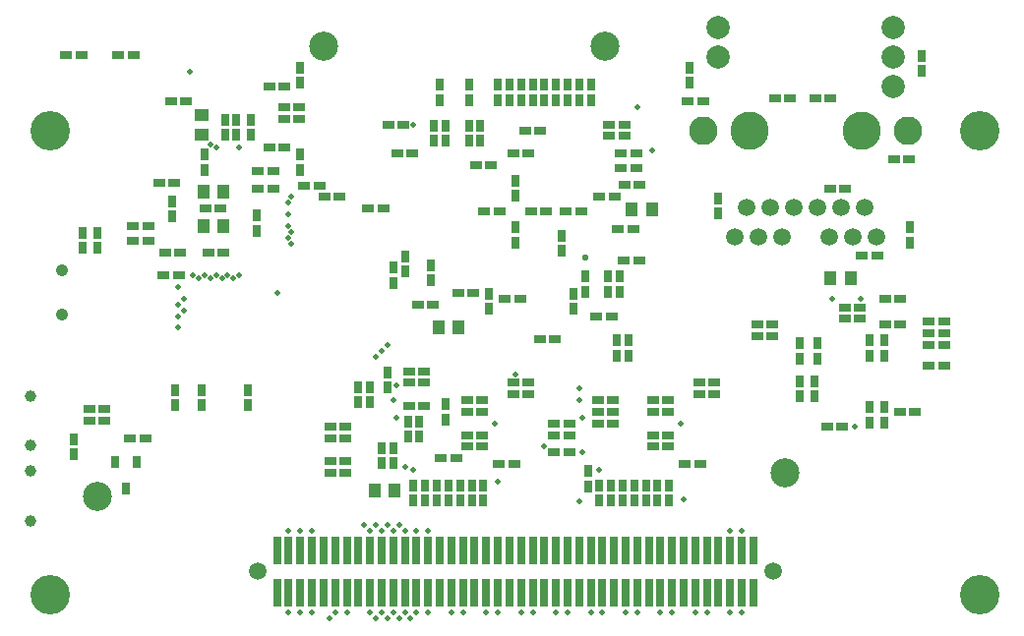
<source format=gbs>
G75*
G70*
%OFA0B0*%
%FSLAX24Y24*%
%IPPOS*%
%LPD*%
%AMOC8*
5,1,8,0,0,1.08239X$1,22.5*
%
%ADD10C,0.0591*%
%ADD11C,0.0410*%
%ADD12R,0.0394X0.0316*%
%ADD13R,0.0316X0.0394*%
%ADD14R,0.0276X0.0946*%
%ADD15C,0.0970*%
%ADD16C,0.0790*%
%ADD17C,0.0590*%
%ADD18C,0.1300*%
%ADD19R,0.0434X0.0473*%
%ADD20R,0.0257X0.0434*%
%ADD21R,0.0473X0.0434*%
%ADD22C,0.1339*%
%ADD23C,0.0394*%
%ADD24C,0.0985*%
%ADD25C,0.0200*%
%ADD26C,0.0210*%
D10*
X009883Y003663D03*
X009883Y003663D03*
X027364Y003663D03*
X027364Y003663D03*
D11*
X003269Y012362D03*
X003269Y013862D03*
D12*
X005671Y014883D03*
X006183Y014883D03*
X006183Y015376D03*
X005671Y015376D03*
X006754Y014490D03*
X007265Y014490D03*
X007215Y013703D03*
X006703Y013703D03*
X008230Y014490D03*
X008742Y014490D03*
X008643Y015966D03*
X008131Y015966D03*
X007069Y016852D03*
X006557Y016852D03*
X009903Y016655D03*
X010415Y016655D03*
X010415Y017246D03*
X009903Y017246D03*
X010297Y018033D03*
X010809Y018033D03*
X010789Y019017D03*
X010789Y019411D03*
X011301Y019411D03*
X011301Y019017D03*
X010809Y020100D03*
X010297Y020100D03*
X007462Y019608D03*
X006950Y019608D03*
X005691Y021183D03*
X005179Y021183D03*
X003919Y021183D03*
X003407Y021183D03*
X011478Y016754D03*
X011990Y016754D03*
X012167Y016360D03*
X012679Y016360D03*
X013643Y015966D03*
X014155Y015966D03*
X014628Y017836D03*
X015139Y017836D03*
X014844Y018820D03*
X014332Y018820D03*
X017285Y017443D03*
X017797Y017443D03*
X018565Y017836D03*
X019076Y017836D03*
X018958Y018624D03*
X019470Y018624D03*
X021813Y018820D03*
X022324Y018820D03*
X022324Y018427D03*
X021813Y018427D03*
X022206Y017836D03*
X022718Y017836D03*
X022718Y017344D03*
X022206Y017344D03*
X022324Y016773D03*
X022836Y016773D03*
X021990Y016380D03*
X021478Y016380D03*
X020848Y015868D03*
X020336Y015868D03*
X019667Y015868D03*
X019155Y015868D03*
X018092Y015868D03*
X017580Y015868D03*
X017206Y013112D03*
X016694Y013112D03*
X015828Y012718D03*
X015317Y012718D03*
X018269Y012915D03*
X018781Y012915D03*
X019450Y011537D03*
X019962Y011537D03*
X021380Y012324D03*
X021891Y012324D03*
X022305Y014214D03*
X022817Y014214D03*
X022620Y015277D03*
X022108Y015277D03*
X026832Y012029D03*
X026832Y011635D03*
X027344Y011635D03*
X027344Y012029D03*
X029785Y012226D03*
X029785Y012620D03*
X030297Y012620D03*
X030297Y012226D03*
X031163Y012029D03*
X031675Y012029D03*
X032639Y012128D03*
X032639Y011734D03*
X032639Y011340D03*
X033151Y011340D03*
X033151Y011734D03*
X033151Y012128D03*
X031675Y012915D03*
X031163Y012915D03*
X030887Y014391D03*
X030376Y014391D03*
X029805Y016655D03*
X029293Y016655D03*
X031458Y017639D03*
X031970Y017639D03*
X029313Y019706D03*
X028801Y019706D03*
X027935Y019706D03*
X027423Y019706D03*
X024982Y019608D03*
X024470Y019608D03*
X032639Y010651D03*
X033151Y010651D03*
X032167Y009076D03*
X031655Y009076D03*
X029706Y008584D03*
X029194Y008584D03*
X025376Y009667D03*
X025376Y010061D03*
X024864Y010061D03*
X024864Y009667D03*
X023801Y009470D03*
X023289Y009470D03*
X023289Y009076D03*
X023801Y009076D03*
X023801Y008289D03*
X023801Y007895D03*
X023289Y007895D03*
X023289Y008289D03*
X021931Y008683D03*
X021931Y009076D03*
X021419Y009076D03*
X021419Y008683D03*
X021419Y009470D03*
X021931Y009470D03*
X020454Y008683D03*
X019943Y008683D03*
X019943Y008289D03*
X020454Y008289D03*
X020454Y007698D03*
X019943Y007698D03*
X018584Y007305D03*
X018072Y007305D03*
X017502Y007895D03*
X017502Y008289D03*
X016990Y008289D03*
X016990Y007895D03*
X016616Y007502D03*
X016104Y007502D03*
X016990Y009076D03*
X017502Y009076D03*
X017502Y009470D03*
X016990Y009470D03*
X015533Y009273D03*
X015021Y009273D03*
X015021Y010061D03*
X015533Y010061D03*
X015533Y010454D03*
X015021Y010454D03*
X012876Y008584D03*
X012876Y008191D03*
X012364Y008191D03*
X012364Y008584D03*
X012364Y007403D03*
X012876Y007403D03*
X012876Y007009D03*
X012364Y007009D03*
X018565Y009667D03*
X018565Y010061D03*
X019076Y010061D03*
X019076Y009667D03*
X024372Y007305D03*
X024883Y007305D03*
X006084Y008191D03*
X005572Y008191D03*
X004706Y008781D03*
X004194Y008781D03*
X004194Y009175D03*
X004706Y009175D03*
D13*
X003663Y008151D03*
X003663Y007639D03*
X007108Y009313D03*
X007108Y009824D03*
X007994Y009824D03*
X007994Y009313D03*
X009569Y009313D03*
X009569Y009824D03*
X013309Y009923D03*
X013702Y009923D03*
X013702Y009411D03*
X013309Y009411D03*
X014293Y009903D03*
X014293Y010415D03*
X016261Y009332D03*
X016261Y008820D03*
X015376Y008742D03*
X014982Y008742D03*
X014982Y008230D03*
X015376Y008230D03*
X014490Y007856D03*
X014096Y007856D03*
X014096Y007344D03*
X014490Y007344D03*
X015179Y006576D03*
X015572Y006576D03*
X015966Y006576D03*
X016360Y006576D03*
X016754Y006576D03*
X017147Y006576D03*
X017541Y006576D03*
X017541Y006065D03*
X017147Y006065D03*
X016754Y006065D03*
X016360Y006065D03*
X015966Y006065D03*
X015572Y006065D03*
X015179Y006065D03*
X021084Y006557D03*
X021478Y006576D03*
X021872Y006576D03*
X022265Y006576D03*
X022659Y006576D03*
X023053Y006576D03*
X023446Y006576D03*
X023840Y006576D03*
X023840Y006065D03*
X023446Y006065D03*
X023053Y006065D03*
X022659Y006065D03*
X022265Y006065D03*
X021872Y006065D03*
X021478Y006065D03*
X021084Y007069D03*
X022069Y010986D03*
X022462Y010986D03*
X022462Y011498D03*
X022069Y011498D03*
X020592Y012561D03*
X020592Y013072D03*
X020986Y013151D03*
X020986Y013663D03*
X021773Y013663D03*
X022167Y013663D03*
X022167Y013151D03*
X021773Y013151D03*
X020198Y014529D03*
X020198Y015041D03*
X018624Y014824D03*
X018624Y015336D03*
X018624Y016399D03*
X018624Y016911D03*
X017443Y018269D03*
X017049Y018269D03*
X017049Y018781D03*
X017443Y018781D03*
X017049Y019647D03*
X017049Y020159D03*
X016065Y020159D03*
X016065Y019647D03*
X016261Y018781D03*
X015868Y018781D03*
X015868Y018269D03*
X016261Y018269D03*
X018033Y019647D03*
X018427Y019647D03*
X018820Y019647D03*
X019214Y019647D03*
X019608Y019647D03*
X020002Y019647D03*
X020395Y019647D03*
X020789Y019647D03*
X021183Y019647D03*
X021183Y020159D03*
X020789Y020159D03*
X020395Y020159D03*
X020002Y020159D03*
X019608Y020159D03*
X019214Y020159D03*
X018820Y020159D03*
X018427Y020159D03*
X018033Y020159D03*
X024529Y020238D03*
X024529Y020750D03*
X025513Y016320D03*
X025513Y015809D03*
X032009Y015336D03*
X032009Y014824D03*
X031124Y011498D03*
X030631Y011498D03*
X030631Y010986D03*
X031124Y010986D03*
X028860Y010887D03*
X028860Y011399D03*
X028269Y011399D03*
X028269Y010887D03*
X028269Y010120D03*
X028761Y010120D03*
X028761Y009608D03*
X028269Y009608D03*
X030631Y009234D03*
X031124Y009234D03*
X031124Y008722D03*
X030631Y008722D03*
X017738Y012561D03*
X017738Y013072D03*
X015769Y013545D03*
X015769Y014057D03*
X014883Y013840D03*
X014490Y013958D03*
X014490Y013446D03*
X014883Y014352D03*
X011340Y017285D03*
X011340Y017797D03*
X009667Y018466D03*
X009175Y018466D03*
X008781Y018466D03*
X008781Y018978D03*
X009175Y018978D03*
X009667Y018978D03*
X008092Y017797D03*
X008092Y017285D03*
X007009Y016222D03*
X007009Y015710D03*
X004450Y015139D03*
X003958Y015139D03*
X003958Y014628D03*
X004450Y014628D03*
X009864Y015218D03*
X009864Y015730D03*
X011340Y020238D03*
X011340Y020750D03*
X032403Y020631D03*
X032403Y021143D03*
D14*
X026694Y004391D03*
X026301Y004391D03*
X025907Y004391D03*
X025513Y004391D03*
X025120Y004391D03*
X024726Y004391D03*
X024332Y004391D03*
X023939Y004391D03*
X023545Y004391D03*
X023151Y004391D03*
X022757Y004391D03*
X022364Y004391D03*
X021970Y004391D03*
X021576Y004391D03*
X021183Y004391D03*
X020789Y004391D03*
X020395Y004391D03*
X020002Y004391D03*
X019608Y004391D03*
X019214Y004391D03*
X018820Y004391D03*
X018427Y004391D03*
X018033Y004391D03*
X017639Y004391D03*
X017246Y004391D03*
X016852Y004391D03*
X016458Y004391D03*
X016065Y004391D03*
X015671Y004391D03*
X015277Y004391D03*
X014883Y004391D03*
X014490Y004391D03*
X014096Y004391D03*
X013702Y004391D03*
X013309Y004391D03*
X012915Y004391D03*
X012521Y004391D03*
X012128Y004391D03*
X011734Y004391D03*
X011340Y004391D03*
X010946Y004391D03*
X010553Y004391D03*
X010553Y002935D03*
X010946Y002935D03*
X011340Y002935D03*
X011734Y002935D03*
X012128Y002935D03*
X012521Y002935D03*
X012915Y002935D03*
X013309Y002935D03*
X013702Y002935D03*
X014096Y002935D03*
X014490Y002935D03*
X014883Y002935D03*
X015277Y002935D03*
X015671Y002935D03*
X016065Y002935D03*
X016458Y002935D03*
X016852Y002935D03*
X017246Y002935D03*
X017639Y002935D03*
X018033Y002935D03*
X018427Y002935D03*
X018820Y002935D03*
X019214Y002935D03*
X019608Y002935D03*
X020002Y002935D03*
X020395Y002935D03*
X020789Y002935D03*
X021183Y002935D03*
X021576Y002935D03*
X021970Y002935D03*
X022364Y002935D03*
X022757Y002935D03*
X023151Y002935D03*
X023545Y002935D03*
X023939Y002935D03*
X024332Y002935D03*
X024726Y002935D03*
X025120Y002935D03*
X025513Y002935D03*
X025907Y002935D03*
X026301Y002935D03*
X026694Y002935D03*
D15*
X025006Y018624D03*
X031926Y018624D03*
D16*
X031426Y020124D03*
X031426Y021124D03*
X031426Y022124D03*
X025506Y022124D03*
X025506Y021124D03*
D17*
X026466Y016024D03*
X027266Y016024D03*
X028066Y016024D03*
X028866Y016024D03*
X029666Y016024D03*
X030466Y016024D03*
X030066Y015024D03*
X029266Y015024D03*
X027666Y015024D03*
X026866Y015024D03*
X026066Y015024D03*
X030866Y015024D03*
D18*
X030366Y018624D03*
X026566Y018624D03*
D19*
X023250Y015927D03*
X022580Y015927D03*
X016694Y011931D03*
X016025Y011931D03*
X008722Y015376D03*
X008053Y015376D03*
X008053Y016557D03*
X008722Y016557D03*
X013860Y006419D03*
X014529Y006419D03*
X029313Y013604D03*
X029982Y013604D03*
D20*
X005809Y007364D03*
X005061Y007364D03*
X005435Y006458D03*
D21*
X007994Y018486D03*
X007994Y019155D03*
D22*
X002876Y002876D03*
X002876Y018624D03*
X034372Y018624D03*
X034372Y002876D03*
D23*
X002187Y005385D03*
X002187Y007059D03*
X002187Y007944D03*
X002187Y009618D03*
D24*
X004450Y006222D03*
X012128Y021478D03*
X021675Y021478D03*
X027777Y007009D03*
D25*
X030139Y008584D03*
X026301Y005041D03*
X025907Y005041D03*
X024332Y006124D03*
X021478Y007108D03*
X020887Y007698D03*
X019608Y007913D03*
X020887Y008880D03*
X020789Y009470D03*
X020789Y009864D03*
X018624Y010356D03*
X017935Y008683D03*
X018033Y006714D03*
X020789Y006025D03*
X024234Y008683D03*
X029352Y012915D03*
X030336Y012915D03*
X023250Y017935D03*
X022757Y019411D03*
X015179Y018820D03*
X011045Y016360D03*
X010946Y016163D03*
X010946Y015769D03*
X010946Y015376D03*
X011045Y015179D03*
X010946Y014982D03*
X011045Y014785D03*
X009273Y013702D03*
X009076Y013604D03*
X008880Y013702D03*
X008683Y013604D03*
X008486Y013702D03*
X008289Y013604D03*
X008092Y013702D03*
X007895Y013604D03*
X007698Y013702D03*
X007206Y013309D03*
X007403Y012915D03*
X007206Y012718D03*
X007403Y012521D03*
X007206Y012324D03*
X007206Y011931D03*
X010553Y013112D03*
X013899Y010946D03*
X014096Y011143D03*
X014293Y011340D03*
X014588Y009962D03*
X014490Y009470D03*
X014588Y008880D03*
X014883Y007206D03*
X015179Y007108D03*
X014687Y005238D03*
X014883Y005041D03*
X014490Y005041D03*
X014293Y005238D03*
X014096Y005041D03*
X013899Y005238D03*
X013702Y005041D03*
X013506Y005238D03*
X015277Y005041D03*
X015671Y005041D03*
X015671Y002285D03*
X015277Y002285D03*
X015080Y002088D03*
X014883Y002285D03*
X014687Y002088D03*
X014490Y002285D03*
X014293Y002088D03*
X014096Y002285D03*
X013899Y002088D03*
X013702Y002285D03*
X012915Y002285D03*
X012521Y002285D03*
X012324Y002088D03*
X011734Y002285D03*
X011340Y002285D03*
X010946Y002285D03*
X010946Y005041D03*
X011340Y005041D03*
X011734Y005041D03*
X016458Y002285D03*
X016852Y002285D03*
X017639Y002285D03*
X018033Y002285D03*
X018820Y002285D03*
X019214Y002285D03*
X020002Y002285D03*
X020395Y002285D03*
X021183Y002285D03*
X021576Y002285D03*
X022364Y002285D03*
X022757Y002285D03*
X023545Y002285D03*
X023939Y002285D03*
X024726Y002285D03*
X025120Y002285D03*
X025907Y002285D03*
X026301Y002285D03*
X009273Y018033D03*
X008486Y018033D03*
X008289Y018131D03*
X007600Y020592D03*
D26*
X020986Y014293D03*
M02*

</source>
